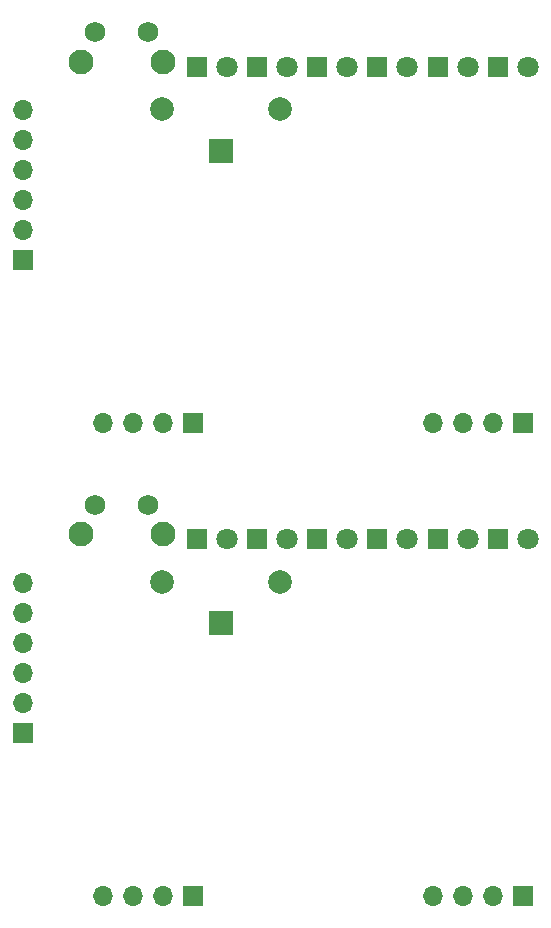
<source format=gbr>
%TF.GenerationSoftware,KiCad,Pcbnew,6.0.11-2627ca5db0~126~ubuntu20.04.1*%
%TF.CreationDate,2025-02-02T15:33:34-05:00*%
%TF.ProjectId,,58585858-5858-4585-9858-585858585858,rev?*%
%TF.SameCoordinates,Original*%
%TF.FileFunction,Soldermask,Bot*%
%TF.FilePolarity,Negative*%
%FSLAX46Y46*%
G04 Gerber Fmt 4.6, Leading zero omitted, Abs format (unit mm)*
G04 Created by KiCad (PCBNEW 6.0.11-2627ca5db0~126~ubuntu20.04.1) date 2025-02-02 15:33:34*
%MOMM*%
%LPD*%
G01*
G04 APERTURE LIST*
%ADD10R,1.700000X1.700000*%
%ADD11O,1.700000X1.700000*%
%ADD12R,1.800000X1.800000*%
%ADD13C,1.800000*%
%ADD14C,2.000000*%
%ADD15R,2.000000X2.000000*%
%ADD16C,2.100000*%
%ADD17C,1.750000*%
G04 APERTURE END LIST*
D10*
%TO.C,J3*%
X81661000Y-108167000D03*
D11*
X81661000Y-105627000D03*
X81661000Y-103087000D03*
X81661000Y-100547000D03*
X81661000Y-98007000D03*
X81661000Y-95467000D03*
%TD*%
D12*
%TO.C,D4*%
X106551000Y-91793000D03*
D13*
X109091000Y-91793000D03*
%TD*%
D12*
%TO.C,D3*%
X111651000Y-91793000D03*
D13*
X114191000Y-91793000D03*
%TD*%
D12*
%TO.C,D2*%
X116751000Y-91793000D03*
D13*
X119291000Y-91793000D03*
%TD*%
D14*
%TO.C,BT1*%
X93425000Y-95368000D03*
X103425000Y-95368000D03*
D15*
X98425000Y-98868000D03*
%TD*%
D12*
%TO.C,D1*%
X121851000Y-91793000D03*
D13*
X124391000Y-91793000D03*
%TD*%
D10*
%TO.C,J1*%
X96028000Y-121973000D03*
D11*
X93488000Y-121973000D03*
X90948000Y-121973000D03*
X88408000Y-121973000D03*
%TD*%
D16*
%TO.C,SW1*%
X93528000Y-91350500D03*
X86518000Y-91350500D03*
D17*
X87768000Y-88860500D03*
X92268000Y-88860500D03*
%TD*%
D12*
%TO.C,D6*%
X96351000Y-91793000D03*
D13*
X98891000Y-91793000D03*
%TD*%
D10*
%TO.C,J2*%
X123968000Y-121973000D03*
D11*
X121428000Y-121973000D03*
X118888000Y-121973000D03*
X116348000Y-121973000D03*
%TD*%
D12*
%TO.C,D5*%
X101451000Y-91793000D03*
D13*
X103991000Y-91793000D03*
%TD*%
D12*
%TO.C,D2*%
X116751000Y-51793000D03*
D13*
X119291000Y-51793000D03*
%TD*%
D14*
%TO.C,BT1*%
X93425000Y-55368000D03*
X103425000Y-55368000D03*
D15*
X98425000Y-58868000D03*
%TD*%
D12*
%TO.C,D1*%
X121851000Y-51793000D03*
D13*
X124391000Y-51793000D03*
%TD*%
D12*
%TO.C,D3*%
X111651000Y-51793000D03*
D13*
X114191000Y-51793000D03*
%TD*%
D10*
%TO.C,J3*%
X81661000Y-68167000D03*
D11*
X81661000Y-65627000D03*
X81661000Y-63087000D03*
X81661000Y-60547000D03*
X81661000Y-58007000D03*
X81661000Y-55467000D03*
%TD*%
D12*
%TO.C,D4*%
X106551000Y-51793000D03*
D13*
X109091000Y-51793000D03*
%TD*%
D10*
%TO.C,J1*%
X96028000Y-81973000D03*
D11*
X93488000Y-81973000D03*
X90948000Y-81973000D03*
X88408000Y-81973000D03*
%TD*%
D12*
%TO.C,D6*%
X96351000Y-51793000D03*
D13*
X98891000Y-51793000D03*
%TD*%
D16*
%TO.C,SW1*%
X93528000Y-51350500D03*
X86518000Y-51350500D03*
D17*
X87768000Y-48860500D03*
X92268000Y-48860500D03*
%TD*%
D10*
%TO.C,J2*%
X123968000Y-81973000D03*
D11*
X121428000Y-81973000D03*
X118888000Y-81973000D03*
X116348000Y-81973000D03*
%TD*%
D12*
%TO.C,D5*%
X101451000Y-51793000D03*
D13*
X103991000Y-51793000D03*
%TD*%
M02*

</source>
